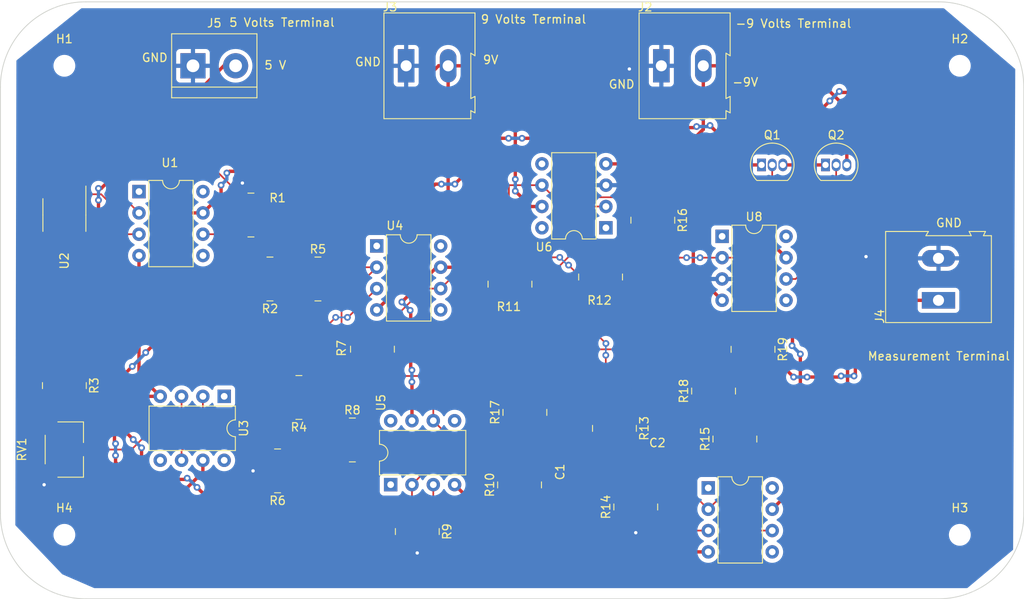
<source format=kicad_pcb>
(kicad_pcb (version 20221018) (generator pcbnew)
  (layers (0 "F.Cu" signal) (31 "B.Cu" signal) (34 "B.Paste" user) (35 "F.Paste" user) (36 "B.SilkS" user "B.Silkscreen") (37 "F.SilkS" user "F.Silkscreen") (38 "B.Mask" user) (39 "F.Mask" user) (44 "Edge.Cuts" user))
  (net 0 "")
  (net 1 "Net-(U5--)")
  (net 2 "Net-(C1-Pad2)")
  (net 3 "Net-(C2-Pad1)")
  (net 4 "Net-(U7--)")
  (net 5 "GND")
  (net 6 "-9V")
  (net 7 "+9V")
  (net 8 "Net-(J4-Pin_1)")
  (net 9 "+5V")
  (net 10 "Net-(U1--)")
  (net 11 "Net-(R2-Pad1)")
  (net 12 "Net-(R3-Pad2)")
  (net 13 "Net-(U3--)")
  (net 14 "Net-(U4-+)")
  (net 15 "Net-(U4--)")
  (net 16 "Net-(R11-Pad2)")
  (net 17 "Net-(U5-+)")
  (net 18 "Net-(U6--)")
  (net 19 "Net-(R12-Pad2)")
  (net 20 "Net-(U7-+)")
  (net 21 "Net-(R15-Pad2)")
  (net 22 "Net-(U8--)")
  (net 23 "Net-(U3-+)")
  (net 25 "Net-(U1-+)")
  (net 51 "Net-(Q1-B)")
  (footprint "Resistor_SMD:R_1020_2550Metric" (layer "F.Cu") (at 76.2 87.775 180)
    (fp_text reference "R4")
    (fp_text value "1k")
  )
  (footprint "Resistor_SMD:R_1020_2550Metric" (layer "F.Cu") (at 101.346 74.277 90)
    (fp_text reference "R11")
    (fp_text value "20")
  )
  (footprint "Package_DIP:DIP-8_W7.62mm" (layer "F.Cu") (at 87.132 98.161 90)
    (fp_text reference "U5")
    (fp_text value "LM741")
  )
  (footprint "Resistor_SMD:R_1020_2550Metric" (layer "F.Cu") (at 103.124 89.553 90)
    (fp_text reference "R17")
    (fp_text value "1k")
  )
  (footprint "TerminalBlock:TerminalBlock_Altech_AK300-2_P5.00mm" (layer "F.Cu") (at 152.4 76.2 90)
    (fp_text reference "J4")
    (fp_text value "Screw_Terminal_01x02")
  )
  (footprint "Resistor_SMD:R_1020_2550Metric" (layer "F.Cu") (at 102.489 98.189 90)
    (fp_text reference "R10")
    (fp_text value "3674.745")
  )
  (footprint "MountingHole:MountingHole_2.1mm" (layer "F.Cu") (at 154.94 104.14)
    (fp_text reference "H3")
    (fp_text value "MountingHole")
  )
  (footprint "Resistor_SMD:R_1020_2550Metric" (layer "F.Cu") (at 73.66 96.52 180)
    (fp_text reference "R6")
    (fp_text value "1k")
  )
  (footprint "MountingHole:MountingHole_2.1mm" (layer "F.Cu") (at 154.94 48.26)
    (fp_text reference "H2")
    (fp_text value "MountingHole")
  )
  (footprint "Package_TO_SOT_THT:TO-92_Inline" (layer "F.Cu") (at 138.938 60.071)
    (fp_text reference "Q2")
    (fp_text value "BC327" hide)
  )
  (footprint "Resistor_SMD:R_1020_2550Metric" (layer "F.Cu") (at 72.753 73.66 180)
    (fp_text reference "R2")
    (fp_text value "9K")
  )
  (footprint "Package_DIP:DIP-8_W7.62mm" (layer "F.Cu") (at 57.15 63.246)
    (fp_text reference "U1")
    (fp_text value "LM741" hide)
  )
  (footprint "Resistor_SMD:R_1020_2550Metric" (layer "F.Cu") (at 90.307 103.749 -90)
    (fp_text reference "R9")
    (fp_text value "263.23")
  )
  (footprint "Package_DIP:DIP-8_W7.62mm" (layer "F.Cu") (at 112.776 67.564 180)
    (fp_text reference "U6")
    (fp_text value "LM741")
  )
  (footprint "Package_DIP:DIP-8_W7.62mm" (layer "F.Cu") (at 126.619 68.58)
    (fp_text reference "U8")
    (fp_text value "LM741")
  )
  (footprint "Resistor_SMD:R_1020_2550Metric" (layer "F.Cu") (at 125.603 87.013 90)
    (fp_text reference "R18")
    (fp_text value "1k")
  )
  (footprint "TerminalBlock:TerminalBlock_Altech_AK300-2_P5.00mm" (layer "F.Cu") (at 119.38 48.26)
    (fp_text reference "J2")
    (fp_text value "Screw_Terminal_01x02" hide)
  )
  (footprint "Resistor_SMD:R_1020_2550Metric" (layer "F.Cu") (at 113.792 91.458 -90)
    (fp_text reference "R13")
    (fp_text value "125")
  )
  (footprint "Resistor_SMD:R_1020_2550Metric" (layer "F.Cu") (at 84.963 82.024 90)
    (fp_text reference "R7")
    (fp_text value "1k")
  )
  (footprint "Resistor_SMD:R_1020_2550Metric" (layer "F.Cu") (at 78.468 73.66)
    (fp_text reference "R5")
    (fp_text value "1k")
  )
  (footprint "Package_DIP:DIP-8_W7.62mm" (layer "F.Cu") (at 85.471 69.723)
    (fp_text reference "U4")
    (fp_text value "LM741")
  )
  (footprint "Package_DIP:DIP-8_W7.62mm" (layer "F.Cu") (at 67.3 87.64 -90)
    (fp_text reference "U3")
    (fp_text value "LM741")
  )
  (footprint "TerminalBlock:TerminalBlock_Altech_AK300-2_P5.00mm" (layer "F.Cu") (at 88.98 48.26)
    (fp_text reference "J3")
    (fp_text value "Screw_Terminal_01x02")
  )
  (footprint "Potentiometer_SMD:Potentiometer_Bourns_3269W_Vertical" (layer "F.Cu") (at 48.26 93.98 90)
    (fp_text reference "RV1")
    (fp_text value "200")
  )
  (footprint "Resistor_SMD:R_1020_2550Metric" (layer "F.Cu") (at 70.485 66.04 180)
    (fp_text reference "R1")
    (fp_text value "1K")
  )
  (footprint "Resistor_SMD:R_1020_2550Metric" (layer "F.Cu") (at 82.568 92.837)
    (fp_text reference "R8")
    (fp_text value "289.35")
  )
  (footprint "Resistor_SMD:R_1020_2550Metric" (layer "F.Cu") (at 128.143 92.728 90)
    (fp_text reference "R15")
    (fp_text value "1592.5")
  )
  (footprint "Capacitor_SMD:C_0201_0603Metric" (layer "F.Cu") (at 118.908 94.234)
    (fp_text reference "C2")
    (fp_text value "0.1u")
  )
  (footprint "Resistor_SMD:R_1020_2550Metric" (layer "F.Cu") (at 116.332 100.82 90)
    (fp_text reference "R14")
    (fp_text value "1592.5")
  )
  (footprint "MountingHole:MountingHole_2.1mm" (layer "F.Cu") (at 48.26 48.26)
    (fp_text reference "H1")
    (fp_text value "MountingHole")
  )
  (footprint "Package_DIP:DIP-8_W7.62mm" (layer "F.Cu") (at 124.968 98.552)
    (fp_text reference "U7" hide)
    (fp_text value "LM741")
  )
  (footprint "Resistor_SMD:R_1020_2550Metric" (layer "F.Cu") (at 48.26 86.36 -90)
    (fp_text reference "R3")
    (fp_text value "160")
  )
  (footprint "TerminalBlock:TerminalBlock_bornier-2_P5.08mm" (layer "F.Cu") (at 63.58 48.26)
    (fp_text reference "J5")
    (fp_text value "Screw_Terminal_01x02")
  )
  (footprint "Resistor_SMD:R_1020_2550Metric" (layer "F.Cu") (at 112.141 73.424 90)
    (fp_text reference "R12")
    (fp_text value "4338.2")
  )
  (footprint "Resistor_SMD:R_1020_2550Metric" (layer "F.Cu") (at 118.364 66.657 -90)
    (fp_text reference "R16")
    (fp_text value "1k")
  )
  (footprint "Capacitor_SMD:C_0201_0603Metric" (layer "F.Cu") (at 107.442 98.389 90)
    (fp_text reference "C1")
    (fp_text value "100u")
  )
  (footprint "Resistor_SMD:R_1020_2550Metric" (layer "F.Cu") (at 130.302 82.042 -90)
    (fp_text reference "R19")
    (fp_text value "1k")
  )
  (footprint "MountingHole:MountingHole_2.1mm" (layer "F.Cu") (at 48.26 104.14)
    (fp_text reference "H4")
    (fp_text value "MountingHole")
  )
  (footprint "Package_SO:SOIC-8_3.9x4.9mm_P1.27mm" (layer "F.Cu") (at 48.26 66.04 -90)
    (fp_text reference "U2")
    (fp_text value "LM35-D")
  )
  (footprint "Package_TO_SOT_THT:TO-92_Inline" (layer "F.Cu") (at 131.318 60.071)
    (fp_text reference "Q1")
    (fp_text value "BC337")
  )
  (gr_arc (start 152.4 40.64) (mid 159.584205 43.615795) (end 162.56 50.8) (stroke (width 0.1)) (layer "Edge.Cuts"))
  (gr_arc (start 162.56 101.6) (mid 159.584205 108.784205) (end 152.4 111.76) (stroke (width 0.1)) (layer "Edge.Cuts"))
  (gr_line (start 162.56 50.8) (end 162.56 101.6) (stroke (width 0.1)) (layer "Edge.Cuts"))
  (gr_line (start 40.64 101.6) (end 40.64 50.8) (stroke (width 0.1)) (layer "Edge.Cuts"))
  (gr_line (start 50.8 40.64) (end 152.4 40.64) (stroke (width 0.1)) (layer "Edge.Cuts"))
  (gr_arc (start 50.8 111.76) (mid 43.615795 108.784205) (end 40.64 101.6) (stroke (width 0.1)) (layer "Edge.Cuts"))
  (gr_line (start 152.4 111.76) (end 50.8 111.76) (stroke (width 0.1)) (layer "Edge.Cuts"))
  (gr_arc (start 40.64 50.8) (mid 43.615795 43.615795) (end 50.8 40.64) (stroke (width 0.1)) (layer "Edge.Cuts"))
  (gr_text "Measurement Terminal" (at 143.891 83.439) (layer "F.SilkS") (effects (font (size 1 1)) (justify left bottom)))
  (gr_text "9 Volts Terminal" (at 97.79 43.307) (layer "F.SilkS") (effects (font (size 1 1)) (justify left bottom)))
  (gr_text "9V" (at 98.044 48.133) (layer "F.SilkS") (effects (font (size 1 1)) (justify left bottom)))
  (gr_text "-9 Volts Terminal" (at 128.143 43.815) (layer "F.SilkS") (effects (font (size 1 1)) (justify left bottom)))
  (gr_text "GND" (at 57.404 47.879) (layer "F.SilkS") (effects (font (size 1 1)) (justify left bottom)))
  (gr_text "GND" (at 152.019 67.564) (layer "F.SilkS") (effects (font (size 1 1)) (justify left bottom)))
  (gr_text "GND\n" (at 82.804 48.387) (layer "F.SilkS") (effects (font (size 1 1)) (justify left bottom)))
  (gr_text "GND" (at 113.03 51.054) (layer "F.SilkS") (effects (font (size 1 1)) (justify left bottom)))
  (gr_text "5 V" (at 72.009 48.768) (layer "F.SilkS") (effects (font (size 1 1)) (justify left bottom)))
  (gr_text "-9V" (at 127.762 50.8) (layer "F.SilkS") (effects (font (size 1 1)) (justify left bottom)))
  (gr_text "5 Volts Terminal" (at 67.818 43.688) (layer "F.SilkS") (effects (font (size 1 1)) (justify left bottom)))
  (segment (start 83.693 98.933) (end 85.598 100.838) (width 0.2) (layer "F.Cu") (net 1))
  (segment (start 102.489 99.314) (end 99.889 99.314) (width 0.2) (layer "F.Cu") (net 1))
  (segment (start 106.837 99.314) (end 107.442 98.709) (width 0.2) (layer "F.Cu") (net 1))
  (segment (start 89.672 99.558) (end 88.392 100.838) (width 0.2) (layer "F.Cu") (net 1))
  (segment (start 102.489 99.314) (end 106.837 99.314) (width 0.2) (layer "F.Cu") (net 1))
  (segment (start 89.672 98.161) (end 89.672 99.558) (width 0.2) (layer "F.Cu") (net 1))
  (segment (start 92.329 95.504) (end 89.672 98.161) (width 0.2) (layer "F.Cu") (net 1))
  (segment (start 83.693 92.837) (end 83.693 98.933) (width 0.2) (layer "F.Cu") (net 1))
  (segment (start 88.392 100.838) (end 85.598 100.838) (width 0.2) (layer "F.Cu") (net 1))
  (segment (start 99.889 99.314) (end 96.079 95.504) (width 0.2) (layer "F.Cu") (net 1))
  (segment (start 96.079 95.504) (end 92.329 95.504) (width 0.2) (layer "F.Cu") (net 1))
  (segment (start 99.223 97.064) (end 94.996 92.837) (width 0.2) (layer "F.Cu") (net 2))
  (segment (start 96.012 87.884) (end 97.409 89.281) (width 0.2) (layer "F.Cu") (net 2))
  (segment (start 106.437 97.064) (end 107.442 98.069) (width 0.2) (layer "F.Cu") (net 2))
  (segment (start 92.212 90.541) (end 92.212 89.144) (width 0.2) (layer "F.Cu") (net 2))
  (segment (start 94.508 92.837) (end 92.212 90.541) (width 0.2) (layer "F.Cu") (net 2))
  (segment (start 102.489 97.064) (end 106.437 97.064) (width 0.2) (layer "F.Cu") (net 2))
  (segment (start 92.212 89.144) (end 93.472 87.884) (width 0.2) (layer "F.Cu") (net 2))
  (segment (start 102.489 97.064) (end 99.223 97.064) (width 0.2) (layer "F.Cu") (net 2))
  (segment (start 93.472 87.884) (end 96.012 87.884) (width 0.2) (layer "F.Cu") (net 2))
  (segment (start 102.627 96.926) (end 102.489 97.064) (width 0.2) (layer "F.Cu") (net 2))
  (segment (start 94.996 92.837) (end 94.508 92.837) (width 0.2) (layer "F.Cu") (net 2))
  (segment (start 97.409 89.281) (end 97.409 90.678) (width 0.2) (layer "F.Cu") (net 2))
  (segment (start 97.409 90.678) (end 103.124 90.678) (width 0.2) (layer "F.Cu") (net 2))
  (segment (start 115.443 94.234) (end 118.588 94.234) (width 0.2) (layer "F.Cu") (net 3))
  (segment (start 113.792 92.583) (end 115.443 94.234) (width 0.2) (layer "F.Cu") (net 3))
  (segment (start 128.143 97.917) (end 128.143 93.853) (width 0.2) (layer "F.Cu") (net 4))
  (segment (start 124.968 101.092) (end 128.143 97.917) (width 0.2) (layer "F.Cu") (net 4))
  (segment (start 124.968 101.092) (end 120.274 96.398) (width 0.2) (layer "F.Cu") (net 4))
  (segment (start 120.274 94.493) (end 120.015 94.234) (width 0.2) (layer "F.Cu") (net 4))
  (segment (start 120.274 96.398) (end 120.274 94.493) (width 0.2) (layer "F.Cu") (net 4))
  (segment (start 120.015 94.234) (end 119.228 94.234) (width 0.2) (layer "F.Cu") (net 4))
  (segment (start 60.685001 48.26) (end 46.355 62.590001) (width 0.4) (layer "F.Cu") (net 5))
  (segment (start 45.845 96.52) (end 45.845 98.169) (width 0.4) (layer "F.Cu") (net 5))
  (segment (start 119.38 48.26) (end 115.951 48.26) (width 0.2) (layer "F.Cu") (net 5))
  (segment (start 115.951 48.26) (end 115.57 48.641) (width 0.2) (layer "F.Cu") (net 5))
  (segment (start 45.845 98.169) (end 45.847 98.171) (width 0.4) (layer "F.Cu") (net 5))
  (segment (start 90.307 104.874) (end 90.307 106.289) (width 0.4) (layer "F.Cu") (net 5))
  (segment (start 152.4 71.2) (end 143.971 71.2) (width 0.4) (layer "F.Cu") (net 5))
  (segment (start 46.355 62.590001) (end 46.355 63.565) (width 0.4) (layer "F.Cu") (net 5))
  (segment (start 69.36 66.04) (end 69.36 62.339) (width 0.4) (layer "F.Cu") (net 5))
  (segment (start 116.332 101.945) (end 116.332 103.886) (width 0.2) (layer "F.Cu") (net 5))
  (segment (start 69.36 62.339) (end 69.469 62.23) (width 0.4) (layer "F.Cu") (net 5))
  (segment (start 143.971 71.2) (end 143.764 70.993) (width 0.4) (layer "F.Cu") (net 5))
  (segment (start 46.355 62.738) (end 46.355 63.565) (width 0.2) (layer "F.Cu") (net 5))
  (segment (start 72.535 96.52) (end 70.739 96.52) (width 0.4) (layer "F.Cu") (net 5))
  (segment (start 90.307 106.289) (end 90.297 106.299) (width 0.4) (layer "F.Cu") (net 5))
  (segment (start 63.58 48.26) (end 60.685001 48.26) (width 0.4) (layer "F.Cu") (net 5))
  (via (at 70.739 96.52) (size 0.8) (drill 0.4) (layers "F.Cu" "B.Cu") (net 5))
  (via (at 45.847 98.171) (size 0.8) (drill 0.4) (layers "F.Cu" "B.Cu") (net 5))
  (via (at 143.764 70.993) (size 0.8) (drill 0.4) (layers "F.Cu" "B.Cu") (net 5))
  (via (at 115.57 48.641) (size 0.8) (drill 0.4) (layers "F.Cu" "B.Cu") (net 5))
  (via (at 69.469 62.23) (size 0.8) (drill 0.4) (layers "F.Cu" "B.Cu") (net 5))
  (via (at 90.297 106.299) (size 0.8) (drill 0.4) (layers "F.Cu" "B.Cu") (net 5))
  (via (at 116.332 103.886) (size 0.8) (drill 0.4) (layers "F.Cu" "B.Cu") (net 5))
  (segment (start 94.615 107.95) (end 99.578 102.987) (width 0.4) (layer "F.Cu") (net 6))
  (segment (start 102.763 106.172) (end 117.475 106.172) (width 0.4) (layer "F.Cu") (net 6))
  (segment (start 146.177 56.261) (end 143.256 53.34) (width 0.4) (layer "F.Cu") (net 6))
  (segment (start 123.19 57.023) (end 124.38 55.833) (width 0.4) (layer "F.Cu") (net 6))
  (segment (start 141.564 65.319) (end 141.859 65.024) (width 0.4) (layer "F.Cu") (net 6))
  (segment (start 141.859 65.024) (end 143.891 65.024) (width 0.4) (layer "F.Cu") (net 6))
  (segment (start 143.256 53.34) (end 141.478 53.34) (width 0.4) (layer "F.Cu") (net 6))
  (segment (start 116.84 59.944) (end 117.094 59.944) (width 0.4) (layer "F.Cu") (net 6))
  (segment (start 56.632 87.64) (end 55.626 88.646) (width 0.4) (layer "F.Cu") (net 6))
  (segment (start 99.578 102.987) (end 102.763 106.172) (width 0.4) (layer "F.Cu") (net 6))
  (segment (start 85.471 77.343) (end 89.535 73.279) (width 0.4) (layer "F.Cu") (net 6))
  (segment (start 123.19 72.771) (end 123.19 57.023) (width 0.4) (layer "F.Cu") (net 6))
  (segment (start 92.456 62.357) (end 93.18 62.357) (width 0.4) (layer "F.Cu") (net 6))
  (segment (start 89.535 65.278) (end 92.456 62.357) (width 0.4) (layer "F.Cu") (net 6))
  (segment (start 117.475 106.172) (end 124.968 106.172) (width 0.4) (layer "F.Cu") (net 6))
  (segment (start 57.15 85.11) (end 59.68 87.64) (width 0.4) (layer "F.Cu") (net 6))
  (segment (start 141.478 53.34) (end 136.398 48.26) (width 0.4) (layer "F.Cu") (net 6))
  (segment (start 124.38 55.833) (end 124.38 48.26) (width 0.4) (layer "F.Cu") (net 6))
  (segment (start 55.626 88.646) (end 55.626 91.948) (width 0.4) (layer "F.Cu") (net 6))
  (segment (start 102.781 56.896) (end 116.586 56.896) (width 0.4) (layer "F.Cu") (net 6))
  (segment (start 112.776 59.944) (end 116.84 59.944) (width 0.4) (layer "F.Cu") (net 6))
  (segment (start 117.475 106.172) (end 121.285 109.982) (width 0.4) (layer "F.Cu") (net 6))
  (segment (start 62.865 97.420628) (end 62.89105 97.394578) (width 0.4) (layer "F.Cu") (net 6))
  (segment (start 138.811 109.982) (end 141.564 107.229) (width 0.4) (layer "F.Cu") (net 6))
  (segment (start 94.78 62.357) (end 100.241 56.896) (width 0.4) (layer "F.Cu") (net 6))
  (segment (start 116.84 57.15) (end 116.84 59.944) (width 0.4) (layer "F.Cu") (net 6))
  (segment (start 55.626 91.948) (end 56.464525 92.786525) (width 0.4) (layer "F.Cu") (net 6))
  (segment (start 143.891 65.024) (end 146.177 62.738) (width 0.4) (layer "F.Cu") (net 6))
  (segment (start 64.065686 98.482686) (end 73.533 107.95) (width 0.4) (layer "F.Cu") (net 6))
  (segment (start 121.285 109.982) (end 138.811 109.982) (width 0.4) (layer "F.Cu") (net 6))
  (segment (start 120.269 59.944) (end 124.38 55.833) (width 0.4) (layer "F.Cu") (net 6))
  (segment (start 117.094 59.944) (end 120.269 59.944) (width 0.4) (layer "F.Cu") (net 6))
  (segment (start 89.535 73.279) (end 89.535 65.278) (width 0.4) (layer "F.Cu") (net 6))
  (segment (start 58.293 97.536) (end 62.865 97.536) (width 0.4) (layer "F.Cu") (net 6))
  (segment (start 57.15 70.866) (end 57.15 85.11) (width 0.4) (layer "F.Cu") (net 6))
  (segment (start 57.454475 93.776475) (end 57.454475 96.697475) (width 0.4) (layer "F.Cu") (net 6))
  (segment (start 146.177 62.738) (end 146.177 56.261) (width 0.4) (layer "F.Cu") (net 6))
  (segment (start 136.398 48.26) (end 124.38 48.26) (width 0.4) (layer "F.Cu") (net 6))
  (segment (start 94.752 98.161) (end 99.578 102.987) (width 0.4) (layer "F.Cu") (net 6))
  (segment (start 141.478 60.071) (end 141.478 53.34) (width 0.4) (layer "F.Cu") (net 6))
  (segment (start 100.241 56.896) (end 101.181 56.896) (width 0.4) (layer "F.Cu") (net 6))
  (segment (start 116.586 56.896) (end 116.84 57.15) (width 0.4) (layer "F.Cu") (net 6))
  (segment (start 62.865 97.536) (end 62.865 97.420628) (width 0.4) (layer "F.Cu") (net 6))
  (segment (start 73.533 107.95) (end 94.615 107.95) (width 0.4) (layer "F.Cu") (net 6))
  (segment (start 126.619 76.2) (end 123.19 72.771) (width 0.4) (layer "F.Cu") (net 6))
  (segment (start 57.454475 96.697475) (end 58.293 97.536) (width 0.4) (layer "F.Cu") (net 6))
  (segment (start 141.564 107.229) (end 141.564 65.319) (width 0.4) (layer "F.Cu") (net 6))
  (segment (start 59.68 87.64) (end 56.632 87.64) (width 0.4) (layer "F.Cu") (net 6))
  (via (at 57.454475 93.776475) (size 0.8) (drill 0.4) (layers "F.Cu" "B.Cu") (net 6))
  (via (at 101.181 56.896) (size 0.8) (drill 0.4) (layers "F.Cu" "B.Cu") (net 6))
  (via (at 94.78 62.357) (size 0.8) (drill 0.4) (layers "F.Cu" "B.Cu") (net 6))
  (via (at 56.464525 92.786525) (size 0.8) (drill 0.4) (layers "F.Cu" "B.Cu") (net 6))
  (via (at 62.89105 97.394578) (size 0.8) (drill 0.4) (layers "F.Cu" "B.Cu") (net 6))
  (via (at 93.18 62.357) (size 0.8) (drill 0.4) (layers "F.Cu" "B.Cu") (net 6))
  (via (at 64.065686 98.482686) (size 0.8) (drill 0.4) (layers "F.Cu" "B.Cu") (net 6))
  (via (at 102.781 56.896) (size 0.8) (drill 0.4) (layers "F.Cu" "B.Cu") (net 6))
  (segment (start 62.977578 97.394578) (end 64.065686 98.482686) (width 0.4) (layer "B.Cu") (net 6))
  (segment (start 56.464525 92.786525) (end 57.454475 93.776475) (width 0.4) (layer "B.Cu") (net 6))
  (segment (start 93.18 62.357) (end 94.78 62.357) (width 0.4) (layer "B.Cu") (net 6))
  (segment (start 101.181 56.896) (end 102.781 56.896) (width 0.4) (layer "B.Cu") (net 6))
  (segment (start 62.89105 97.394578) (end 62.977578 97.394578) (width 0.4) (layer "B.Cu") (net 6))
  (segment (start 88.468525 76.403525) (end 92.60905 72.263) (width 0.4) (layer "F.Cu") (net 7))
  (segment (start 101.981 55.626) (end 123.453 55.626) (width 0.4) (layer "F.Cu") (net 7))
  (segment (start 91.44 61.722) (end 90.805 62.357) (width 0.4) (layer "F.Cu") (net 7))
  (segment (start 56.35 84.074) (end 53.3655 87.0585) (width 0.4) (layer "F.Cu") (net 7))
  (segment (start 67.945 60.833) (end 67.741475 61.036525) (width 0.4) (layer "F.Cu") (net 7))
  (segment (start 53.3655 87.0585) (end 53.0225 87.0585) (width 0.4) (layer "F.Cu") (net 7))
  (segment (start 54.229 93.153) (end 54.356 93.28) (width 0.4) (layer "F.Cu") (net 7))
  (segment (start 123.453 55.626) (end 123.58 55.499) (width 0.4) (layer "F.Cu") (net 7))
  (segment (start 89.662 84.517) (end 89.521975 84.376975) (width 0.4) (layer "F.Cu") (net 7))
  (segment (start 132.588 101.092) (end 135.940475 97.739525) (width 0.4) (layer "F.Cu") (net 7))
  (segment (start 91.44 49.657) (end 91.44 61.722) (width 0.4) (layer "F.Cu") (net 7))
  (segment (start 54.356 95.504) (end 57.404 98.552) (width 0.4) (layer "F.Cu") (net 7))
  (segment (start 93.98 48.26) (end 93.98 64.897) (width 0.4) (layer "F.Cu") (net 7))
  (segment (start 60.88 79.493) (end 57.95 82.423) (width 0.4) (layer "F.Cu") (net 7))
  (segment (start 92.837 48.26) (end 91.44 49.657) (width 0.4) (layer "F.Cu") (net 7))
  (segment (start 132.207 69.85) (end 132.588 69.469) (width 0.4) (layer "F.Cu") (net 7))
  (segment (start 93.98 48.26) (end 92.837 48.26) (width 0.4) (layer "F.Cu") (net 7))
  (segment (start 93.98 48.26) (end 96.647 48.26) (width 0.4) (layer "F.Cu") (net 7))
  (segment (start 67.741475 61.036525) (end 67.614475 61.036525) (width 0.4) (layer "F.Cu") (net 7))
  (segment (start 129.879 60.071) (end 131.318 60.071) (width 0.4) (layer "F.Cu") (net 7))
  (segment (start 66.929 63.627) (end 64.77 65.786) (width 0.4) (layer "F.Cu") (net 7))
  (segment (start 53.0225 87.0585) (end 54.229 88.265) (width 0.4) (layer "F.Cu") (net 7))
  (segment (start 95.758 66.675) (end 95.758 71.247) (width 0.4) (layer "F.Cu") (net 7))
  (segment (start 51.199 85.235) (end 53.0225 87.0585) (width 0.4) (layer "F.Cu") (net 7))
  (segment (start 89.672 90.541) (end 89.672 85.927) (width 0.4) (layer "F.Cu") (net 7))
  (segment (start 132.461 78.232) (end 132.207 77.978) (width 0.4) (layer "F.Cu") (net 7))
  (segment (start 105.156 65.024) (end 103.821 65.024) (width 0.4) (layer "F.Cu") (net 7))
  (segment (start 54.356 94.68) (end 54.356 95.504) (width 0.4) (layer "F.Cu") (net 7))
  (segment (start 101.981 53.594) (end 96.647 48.26) (width 0.4) (layer "F.Cu") (net 7))
  (segment (start 101.981 61.784) (end 101.981 55.626) (width 0.4) (layer "F.Cu") (net 7))
  (segment (start 73.66 62.103) (end 72.39 60.833) (width 0.4) (layer "F.Cu") (net 7))
  (segment (start 66.929 62.484) (end 66.929 63.627) (width 0.4) (layer "F.Cu") (net 7))
  (segment (start 101.981 55.626) (end 101.981 53.594) (width 0.4) (layer "F.Cu") (net 7))
  (segment (start 57.404 98.552) (end 62.865 98.552) (width 0.4) (layer "F.Cu") (net 7))
  (segment (start 89.521975 84.376975) (end 89.521975 77.456975) (width 0.4) (layer "F.Cu") (net 7))
  (segment (start 64.77 65.786) (end 62.865 65.786) (width 0.4) (layer "F.Cu") (net 7))
  (segment (start 72.39 60.833) (end 67.945 60.833) (width 0.4) (layer "F.Cu") (net 7))
  (segment (start 135.001 81.56005) (end 135.001 78.232) (width 0.4) (layer "F.Cu") (net 7))
  (segment (start 89.521975 77.456975) (end 89.458475 77.393475) (width 0.4) (layer "F.Cu") (net 7))
  (segment (start 73.914 62.357) (end 73.66 62.103) (width 0.4) (layer "F.Cu") (net 7))
  (segment (start 62.865 65.786) (end 62.611 66.04) (width 0.4) (layer "F.Cu") (net 7))
  (segment (start 129.4555 59.7745) (end 129.5825 59.7745) (width 0.4) (layer "F.Cu") (net 7))
  (segment (start 89.672 85.927) (end 89.662 85.917) (width 0.4) (layer "F.Cu") (net 7))
  (segment (start 128.651 60.579) (end 129.4555 59.7745) (width 0.4) (layer "F.Cu") (net 7))
  (segment (start 92.60905 72.263) (end 93.091 72.263) (width 0.4) (layer "F.Cu") (net 7))
  (segment (start 62.611 66.04) (end 60.88 67.771) (width 0.4) (layer "F.Cu") (net 7))
  (segment (start 54.229 88.265) (end 54.229 93.153) (width 0.4) (layer "F.Cu") (net 7))
  (segment (start 125.18 55.372) (end 129.5825 59.7745) (width 0.4) (layer "F.Cu") (net 7))
  (segment (start 60.88 67.771) (end 60.88 79.493) (width 0.4) (layer "F.Cu") (net 7))
  (segment (start 135.940475 97.739525) (end 135.940475 82.600475) (width 0.4) (layer "F.Cu") (net 7))
  (segment (start 134.239 71.12) (end 132.588 69.469) (width 0.4) (layer "F.Cu") (net 7))
  (segment (start 135.001 78.232) (end 132.461 78.232) (width 0.4) (layer "F.Cu") (net 7))
  (segment (start 103.821 65.024) (end 101.981 63.184) (width 0.4) (layer "F.Cu") (net 7))
  (segment (start 132.207 77.978) (end 132.207 69.85) (width 0.4) (layer "F.Cu") (net 7))
  (segment (start 93.98 64.897) (end 95.758 66.675) (width 0.4) (layer "F.Cu") (net 7))
  (segment (start 132.588 69.469) (end 128.651 65.532) (width 0.4) (layer "F.Cu") (net 7))
  (segment (start 129.5825 59.7745) (end 129.879 60.071) (width 0.4) (layer "F.Cu") (net 7))
  (segment (start 64.76 96.657) (end 64.76 95.26) (width 0.4) (layer "F.Cu") (net 7))
  (segment (start 94.742 72.263) (end 93.091 72.263) (width 0.4) (layer "F.Cu") (net 7))
  (segment (start 48.26 85.235) (end 51.199 85.235) (width 0.4) (layer "F.Cu") (net 7))
  (segment (start 95.758 71.247) (end 94.742 72.263) (width 0.4) (layer "F.Cu") (net 7))
  (segment (start 90.805 62.357) (end 73.914 62.357) (width 0.4) (layer "F.Cu") (net 7))
  (segment (start 134.950525 81.610525) (end 135.001 81.56005) (width 0.4) (layer "F.Cu") (net 7))
  (segment (start 128.651 65.532) (end 128.651 60.579) (width 0.4) (layer "F.Cu") (net 7))
  (segment (start 62.865 98.552) (end 64.76 96.657) (width 0.4) (layer "F.Cu") (net 7))
  (via (at 101.981 61.784) (size 0.8) (drill 0.4) (layers "F.Cu" "B.Cu") (net 7))
  (via (at 125.18 55.372) (size 0.8) (drill 0.4) (layers "F.Cu" "B.Cu") (net 7))
  (via (at 89.662 84.517) (size 0.8) (drill 0.4) (layers "F.Cu" "B.Cu") (net 7))
  (via (at 66.929 62.484) (size 0.8) (drill 0.4) (layers "F.Cu" "B.Cu") (net 7))
  (via (at 101.981 63.184) (size 0.8) (drill 0.4) (layers "F.Cu" "B.Cu") (net 7))
  (via (at 88.468525 76.403525) (size 0.8) (drill 0.4) (layers "F.Cu" "B.Cu") (net 7))
  (via (at 67.614475 61.036525) (size 0.8) (drill 0.4) (layers "F.Cu" "B.Cu") (net 7))
  (via (at 56.35 84.074) (size 0.8) (drill 0.4) (layers "F.Cu" "B.Cu") (net 7))
  (via (at 54.356 94.68) (size 0.8) (drill 0.4) (layers "F.Cu" "B.Cu") (net 7))
  (via (at 89.662 85.917) (size 0.8) (drill 0.4) (layers "F.Cu" "B.Cu") (net 7))
  (via (at 135.940475 82.600475) (size 0.8) (drill 0.4) (layers "F.Cu" "B.Cu") (net 7))
  (via (at 57.95 82.423) (size 0.8) (drill 0.4) (layers "F.Cu" "B.Cu") (net 7))
  (via (at 123.58 55.499) (size 0.8) (drill 0.4) (layers "F.Cu" "B.Cu") (net 7))
  (via (at 134.950525 81.610525) (size 0.8) (drill 0.4) (layers "F.Cu" "B.Cu") (net 7))
  (via (at 89.458475 77.393475) (size 0.8) (drill 0.4) (layers "F.Cu" "B.Cu") (net 7))
  (via (at 54.356 93.28) (size 0.8) (drill 0.4) (layers "F.Cu" "B.Cu") (net 7))
  (segment (start 67.614475 61.798525) (end 66.929 62.484) (width 0.4) (layer "B.Cu") (net 7))
  (segment (start 125.053 55.499) (end 125.18 55.372) (width 0.4) (layer "B.Cu") (net 7))
  (segment (start 57.95 82.474) (end 56.35 84.074) (width 0.4) (layer "B.Cu") (net 7))
  (segment (start 57.95 82.423) (end 57.95 82.474) (width 0.4) (layer "B.Cu") (net 7))
  (segment (start 89.458475 77.393475) (end 88.468525 76.403525) (width 0.4) (layer "B.Cu") (net 7))
  (segment (start 67.614475 61.036525) (end 67.614475 61.798525) (width 0.4) (layer "B.Cu") (net 7))
  (segment (start 135.940475 82.600475) (end 134.950525 81.610525) (width 0.4) (layer "B.Cu") (net 7))
  (segment (start 123.58 55.499) (end 125.053 55.499) (width 0.4) (layer "B.Cu") (net 7))
  (segment (start 54.356 93.28) (end 54.356 94.68) (width 0.4) (layer "B.Cu") (net 7))
  (segment (start 101.981 63.184) (end 101.981 61.784) (width 0.4) (layer "B.Cu") (net 7))
  (segment (start 89.662 85.917) (end 89.662 84.517) (width 0.4) (layer "B.Cu") (net 7))
  (segment (start 148.463 56.896) (end 143.002 51.435) (width 0.4) (layer "F.Cu") (net 8))
  (segment (start 152.4 76.2) (end 145.415 76.2) (width 0.4) (layer "F.Cu") (net 8))
  (segment (start 142.494 73.025) (end 142.494 68.453) (width 0.4) (layer "F.Cu") (net 8))
  (segment (start 145.415 76.2) (end 142.494 73.279) (width 0.4) (layer "F.Cu") (net 8))
  (segment (start 142.494 73.279) (end 142.494 73.025) (width 0.4) (layer "F.Cu") (net 8))
  (segment (start 143.002 51.435) (end 140.704372 51.435) (width 0.4) (layer "F.Cu") (net 8))
  (segment (start 142.494 68.453) (end 148.463 62.484) (width 0.4) (layer "F.Cu") (net 8))
  (segment (start 136.525 60.071) (end 138.938 60.071) (width 0.4) (layer "F.Cu") (net 8))
  (segment (start 133.858 60.071) (end 136.525 60.071) (width 0.4) (layer "F.Cu") (net 8))
  (segment (start 140.67 85.341) (end 140.794 85.217) (width 0.4) (layer "F.Cu") (net 8))
  (segment (start 139.451814 52.445186) (end 136.525 55.372) (width 0.4) (layer "F.Cu") (net 8))
  (segment (start 135.140475 85.344) (end 132.963475 83.167) (width 0.4) (layer "F.Cu") (net 8))
  (segment (start 136.525 55.372) (end 136.525 60.071) (width 0.4) (layer "F.Cu") (net 8))
  (segment (start 142.494 85.057) (end 142.494 73.025) (width 0.4) (layer "F.Cu") (net 8))
  (segment (start 132.963475 83.167) (end 130.302 83.167) (width 0.4) (layer "F.Cu") (net 8))
  (segment (start 140.704372 51.435) (end 140.583186 51.313814) (width 0.4) (layer "F.Cu") (net 8))
  (segment (start 136.740475 85.341) (end 140.67 85.341) (width 0.4) (layer "F.Cu") (net 8))
  (segment (start 142.334 85.217) (end 142.494 85.057) (width 0.4) (layer "F.Cu") (net 8))
  (segment (start 148.463 62.484) (end 148.463 56.896) (width 0.4) (layer "F.Cu") (net 8))
  (via (at 142.334 85.217) (size 0.8) (drill 0.4) (layers "F.Cu" "B.Cu") (net 8))
  (via (at 139.451814 52.445186) (size 0.8) (drill 0.4) (layers "F.Cu" "B.Cu") (net 8))
  (via (at 140.583186 51.313814) (size 0.8) (drill 0.4) (layers "F.Cu" "B.Cu") (net 8))
  (via (at 136.740475 85.341) (size 0.8) (drill 0.4) (layers "F.Cu" "B.Cu") (net 8))
  (via (at 140.794 85.217) (size 0.8) (drill 0.4) (layers "F.Cu" "B.Cu") (net 8))
  (via (at 135.140475 85.344) (size 0.8) (drill 0.4) (layers "F.Cu" "B.Cu") (net 8))
  (segment (start 140.794 85.217) (end 142.334 85.217) (width 0.4) (layer "B.Cu") (net 8))
  (segment (start 135.143475 85.341) (end 135.140475 85.344) (width 0.4) (layer "B.Cu") (net 8))
  (segment (start 140.583186 51.313814) (end 139.451814 52.445186) (width 0.4) (layer "B.Cu") (net 8))
  (segment (start 136.740475 85.341) (end 135.143475 85.341) (width 0.4) (layer "B.Cu") (net 8))
  (segment (start 51.689 71.247) (end 52.324 70.612) (width 0.4) (layer "F.Cu") (net 9))
  (segment (start 52.653 62.865) (end 67.258 48.26) (width 0.4) (layer "F.Cu") (net 9))
  (segment (start 50.8 71.247) (end 51.689 71.247) (width 0.4) (layer "F.Cu") (net 9))
  (segment (start 67.258 48.26) (end 68.66 48.26) (width 0.4) (layer "F.Cu") (net 9))
  (segment (start 50.165 70.612) (end 50.8 71.247) (width 0.4) (layer "F.Cu") (net 9))
  (segment (start 52.324 65.815) (end 52.324 64.265) (width 0.4) (layer "F.Cu") (net 9))
  (segment (start 52.324 62.865) (end 52.653 62.865) (width 0.4) (layer "F.Cu") (net 9))
  (segment (start 52.324 70.612) (end 52.324 65.815) (width 0.4) (layer "F.Cu") (net 9))
  (segment (start 50.165 68.515) (end 50.165 70.612) (width 0.4) (layer "F.Cu") (net 9))
  (via (at 52.324 62.865) (size 0.8) (drill 0.4) (layers "F.Cu" "B.Cu") (net 9))
  (via (at 52.324 64.265) (size 0.8) (drill 0.4) (layers "F.Cu" "B.Cu") (net 9))
  (segment (start 52.324 64.265) (end 52.324 62.865) (width 0.4) (layer "B.Cu") (net 9))
  (segment (start 66.421 60.833) (end 68.072 62.484) (width 0.2) (layer "F.Cu") (net 10))
  (segment (start 71.61 69.469) (end 71.61 73.642) (width 0.2) (layer "F.Cu") (net 10))
  (segment (start 55.372 64.008) (end 55.372 61.722) (width 0.2) (layer "F.Cu") (net 10))
  (segment (start 71.61 73.642) (end 71.628 73.66) (width 0.2) (layer "F.Cu") (net 10))
  (segment (start 71.102 69.469) (end 71.61 69.469) (width 0.2) (layer "F.Cu") (net 10))
  (segment (start 71.61 66.04) (end 71.61 69.469) (width 0.2) (layer "F.Cu") (net 10))
  (segment (start 55.372 61.722) (end 56.261 60.833) (width 0.2) (layer "F.Cu") (net 10))
  (segment (start 68.072 62.484) (end 68.072 70.104) (width 0.2) (layer "F.Cu") (net 10))
  (segment (start 57.15 65.786) (end 55.372 64.008) (width 0.2) (layer "F.Cu") (net 10))
  (segment (start 70.467 70.104) (end 71.102 69.469) (width 0.2) (layer "F.Cu") (net 10))
  (segment (start 68.072 70.104) (end 70.467 70.104) (width 0.2) (layer "F.Cu") (net 10))
  (segment (start 56.261 60.833) (end 66.421 60.833) (width 0.2) (layer "F.Cu") (net 10))
  (segment (start 73.878 76.545) (end 73.878 73.66) (width 0.2) (layer "F.Cu") (net 11))
  (segment (start 67.691 78.74) (end 73.406 78.74) (width 0.2) (layer "F.Cu") (net 11))
  (segment (start 67.31 68.326) (end 67.437 68.453) (width 0.2) (layer "F.Cu") (net 11))
  (segment (start 74.295 76.962) (end 73.878 76.545) (width 0.2) (layer "F.Cu") (net 11))
  (segment (start 67.437 78.486) (end 67.691 78.74) (width 0.2) (layer "F.Cu") (net 11))
  (segment (start 73.878 73.66) (end 77.343 73.66) (width 0.2) (layer "F.Cu") (net 11))
  (segment (start 67.437 68.453) (end 67.437 78.486) (width 0.2) (layer "F.Cu") (net 11))
  (segment (start 74.295 77.851) (end 74.295 76.962) (width 0.2) (layer "F.Cu") (net 11))
  (segment (start 73.406 78.74) (end 74.295 77.851) (width 0.2) (layer "F.Cu") (net 11))
  (segment (start 64.77 68.326) (end 67.31 68.326) (width 0.2) (layer "F.Cu") (net 11))
  (segment (start 45.845 89.9) (end 48.26 87.485) (width 0.2) (layer "F.Cu") (net 12))
  (segment (start 45.845 91.44) (end 45.845 89.9) (width 0.2) (layer "F.Cu") (net 12))
  (segment (start 76.708 91.821) (end 77.325 91.204) (width 0.2) (layer "F.Cu") (net 13))
  (segment (start 65.659 90.678) (end 66.802 91.821) (width 0.2) (layer "F.Cu") (net 13))
  (segment (start 62.22 94.117) (end 65.659 90.678) (width 0.2) (layer "F.Cu") (net 13))
  (segment (start 66.802 91.821) (end 76.708 91.821) (width 0.2) (layer "F.Cu") (net 13))
  (segment (start 64.76 87.64) (end 64.76 89.779) (width 0.2) (layer "F.Cu") (net 13))
  (segment (start 64.76 89.779) (end 65.659 90.678) (width 0.2) (layer "F.Cu") (net 13))
  (segment (start 77.325 91.204) (end 77.325 87.775) (width 0.2) (layer "F.Cu") (net 13))
  (segment (start 62.22 95.26) (end 62.22 94.117) (width 0.2) (layer "F.Cu") (net 13))
  (segment (start 80.58 78.232) (end 78.867 79.945) (width 0.2) (layer "F.Cu") (net 14))
  (segment (start 75.075 87.775) (end 75.075 85.175) (width 0.2) (layer "F.Cu") (net 14))
  (segment (start 78.867 79.945) (end 78.867 83.947) (width 0.2) (layer "F.Cu") (net 14))
  (segment (start 75.075 85.175) (end 76.303 83.947) (width 0.2) (layer "F.Cu") (net 14))
  (segment (start 78.867 83.947) (end 78.867 92.438) (width 0.2) (layer "F.Cu") (net 14))
  (segment (start 82.042 78.232) (end 81.98 78.232) (width 0.2) (layer "F.Cu") (net 14))
  (segment (start 76.303 83.947) (end 78.867 83.947) (width 0.2) (layer "F.Cu") (net 14))
  (segment (start 85.471 74.803) (end 82.042 78.232) (width 0.2) (layer "F.Cu") (net 14))
  (segment (start 78.867 92.438) (end 74.785 96.52) (width 0.2) (layer "F.Cu") (net 14))
  (via (at 81.98 78.232) (size 0.8) (drill 0.4) (layers "F.Cu" "B.Cu") (net 14))
  (via (at 80.58 78.232) (size 0.8) (drill 0.4) (layers "F.Cu" "B.Cu") (net 14))
  (segment (start 81.98 78.232) (end 80.58 78.232) (width 0.2) (layer "B.Cu") (net 14))
  (segment (start 81.28 76.454) (end 81.28 79.502) (width 0.2) (layer "F.Cu") (net 15))
  (segment (start 80.99 72.263) (end 85.471 72.263) (width 0.2) (layer "F.Cu") (net 15))
  (segment (start 79.593 73.66) (end 80.99 72.263) (width 0.2) (layer "F.Cu") (net 15))
  (segment (start 81.879 83.149) (end 81.28 82.55) (width 0.2) (layer "F.Cu") (net 15))
  (segment (start 84.963 83.149) (end 81.879 83.149) (width 0.2) (layer "F.Cu") (net 15))
  (segment (start 85.471 72.263) (end 81.28 76.454) (width 0.2) (layer "F.Cu") (net 15))
  (segment (start 81.28 79.502) (end 81.28 82.55) (width 0.2) (layer "F.Cu") (net 15))
  (segment (start 96.012 73.315) (end 99.441 73.315) (width 0.2) (layer "F.Cu") (net 16))
  (segment (start 84.963 80.899) (end 91.059 74.803) (width 0.2) (layer "F.Cu") (net 16))
  (segment (start 93.091 74.803) (end 94.579 73.315) (width 0.2) (layer "F.Cu") (net 16))
  (segment (start 86.463 85.217) (end 94.361 85.217) (width 0.2) (layer "F.Cu") (net 16))
  (segment (start 109.285 77.851) (end 95.885 77.851) (width 0.2) (layer "F.Cu") (net 16))
  (segment (start 95.885 73.442) (end 96.012 73.315) (width 0.2) (layer "F.Cu") (net 16))
  (segment (start 94.361 85.217) (end 95.885 83.693) (width 0.2) (layer "F.Cu") (net 16))
  (segment (start 81.443 90.237) (end 81.443 92.837) (width 0.2) (layer "F.Cu") (net 16))
  (segment (start 81.443 90.237) (end 86.463 85.217) (width 0.2) (layer "F.Cu") (net 16))
  (segment (start 94.579 73.315) (end 96.012 73.315) (width 0.2) (layer "F.Cu") (net 16))
  (segment (start 113.792 90.333) (end 112.762 89.303) (width 0.2) (layer "F.Cu") (net 16))
  (segment (start 112.762 89.303) (end 112.762 82.742) (width 0.2) (layer "F.Cu") (net 16))
  (segment (start 95.885 77.851) (end 95.885 73.442) (width 0.2) (layer "F.Cu") (net 16))
  (segment (start 91.059 74.803) (end 93.091 74.803) (width 0.2) (layer "F.Cu") (net 16))
  (segment (start 84.963 80.899) (end 87.563 80.899) (width 0.2) (layer "F.Cu") (net 16))
  (segment (start 95.885 83.693) (end 95.885 77.851) (width 0.2) (layer "F.Cu") (net 16))
  (segment (start 112.776 81.342) (end 109.285 77.851) (width 0.2) (layer "F.Cu") (net 16))
  (via (at 112.776 81.342) (size 0.8) (drill 0.4) (layers "F.Cu" "B.Cu") (net 16))
  (via (at 112.762 82.742) (size 0.8) (drill 0.4) (layers "F.Cu" "B.Cu") (net 16))
  (segment (start 112.762 81.356) (end 112.776 81.342) (width 0.2) (layer "B.Cu") (net 16))
  (segment (start 112.762 82.742) (end 112.762 81.356) (width 0.2) (layer "B.Cu") (net 16))
  (segment (start 92.212 98.161) (end 92.212 100.719) (width 0.2) (layer "F.Cu") (net 17))
  (segment (start 92.212 100.719) (end 90.307 102.624) (width 0.2) (layer "F.Cu") (net 17))
  (segment (start 109.601 65.659) (end 110.236 65.024) (width 0.2) (layer "F.Cu") (net 18))
  (segment (start 110.236 65.024) (end 112.776 65.024) (width 0.2) (layer "F.Cu") (net 18))
  (segment (start 109.601 69.747) (end 109.601 65.659) (width 0.2) (layer "F.Cu") (net 18))
  (segment (start 113.411 75.021) (end 109.057 75.021) (width 0.2) (layer "F.Cu") (net 18))
  (segment (start 103.946 75.402) (end 106.692 72.656) (width 0.2) (layer "F.Cu") (net 18))
  (segment (start 106.692 72.656) (end 109.601 69.747) (width 0.2) (layer "F.Cu") (net 18))
  (segment (start 101.346 75.402) (end 103.946 75.402) (width 0.2) (layer "F.Cu") (net 18))
  (segment (start 109.057 75.021) (end 106.692 72.656) (width 0.2) (layer "F.Cu") (net 18))
  (segment (start 116.756 63.924) (end 106.596 63.924) (width 0.2) (layer "F.Cu") (net 19))
  (segment (start 113.411 72.771) (end 109.093 72.771) (width 0.2) (layer "F.Cu") (net 19))
  (segment (start 101.219 62.484) (end 101.219 67.691) (width 0.2) (layer "F.Cu") (net 19))
  (segment (start 109.093 72.771) (end 108.329975 72.007975) (width 0.2) (layer "F.Cu") (net 19))
  (segment (start 105.156 62.484) (end 101.219 62.484) (width 0.2) (layer "F.Cu") (net 19))
  (segment (start 118.364 65.532) (end 116.756 63.924) (width 0.2) (layer "F.Cu") (net 19))
  (segment (start 106.596 63.924) (end 105.156 62.484) (width 0.2) (layer "F.Cu") (net 19))
  (segment (start 104.609525 71.081525) (end 107.276525 71.081525) (width 0.2) (layer "F.Cu") (net 19))
  (segment (start 101.219 67.691) (end 104.609525 71.081525) (width 0.2) (layer "F.Cu") (net 19))
  (via (at 108.329975 72.007975) (size 0.8) (drill 0.4) (layers "F.Cu" "B.Cu") (net 19))
  (via (at 107.276525 71.081525) (size 0.8) (drill 0.4) (layers "F.Cu" "B.Cu") (net 19))
  (segment (start 108.329975 72.007975) (end 108.202975 72.007975) (width 0.2) (layer "B.Cu") (net 19))
  (segment (start 108.202975 72.007975) (end 107.276525 71.081525) (width 0.2) (layer "B.Cu") (net 19))
  (segment (start 124.968 103.632) (end 123.444 103.632) (width 0.2) (layer "F.Cu") (net 20))
  (segment (start 121.412 101.6) (end 121.412 99.822) (width 0.2) (layer "F.Cu") (net 20))
  (segment (start 121.285 99.695) (end 116.332 99.695) (width 0.2) (layer "F.Cu") (net 20))
  (segment (start 123.444 103.632) (end 121.412 101.6) (width 0.2) (layer "F.Cu") (net 20))
  (segment (start 121.412 99.822) (end 121.285 99.695) (width 0.2) (layer "F.Cu") (net 20))
  (segment (start 131.572 90.297) (end 131.488 90.381) (width 0.2) (layer "F.Cu") (net 21))
  (segment (start 128.143 91.603) (end 129.449 90.297) (width 0.2) (layer "F.Cu") (net 21))
  (segment (start 131.191 103.632) (end 132.588 103.632) (width 0.2) (layer "F.Cu") (net 21))
  (segment (start 130.556 96.774) (end 130.556 102.997) (width 0.2) (layer "F.Cu") (net 21))
  (segment (start 125.73 88.138) (end 125.603 88.138) (width 0.2) (layer "F.Cu") (net 21))
  (segment (start 125.603 88.138) (end 125.603 91.216664) (width 0.2) (layer "F.Cu") (net 21))
  (segment (start 131.488 95.842) (end 130.556 96.774) (width 0.2) (layer "F.Cu") (net 21))
  (segment (start 125.603 91.216664) (end 125.85913 91.472794) (width 0.2) (layer "F.Cu") (net 21))
  (segment (start 130.556 102.997) (end 131.191 103.632) (width 0.2) (layer "F.Cu") (net 21))
  (segment (start 131.488 90.381) (end 131.488 95.842) (width 0.2) (layer "F.Cu") (net 21))
  (segment (start 129.449 90.297) (end 131.572 90.297) (width 0.2) (layer "F.Cu") (net 21))
  (segment (start 103.124 82.169) (end 103.124 88.428) (width 0.2) (layer "F.Cu") (net 22))
  (segment (start 126.619 71.12) (end 123.99 71.12) (width 0.2) (layer "F.Cu") (net 22))
  (segment (start 114.3 82.042) (end 103.251 82.042) (width 0.2) (layer "F.Cu") (net 22))
  (segment (start 125.603 81.534) (end 126.22 80.917) (width 0.2) (layer "F.Cu") (net 22))
  (segment (start 128.651 71.12) (end 130.302 72.771) (width 0.2) (layer "F.Cu") (net 22))
  (segment (start 118.364 67.782) (end 118.364 69.723) (width 0.2) (layer "F.Cu") (net 22))
  (segment (start 122.39 71.12) (end 121.539 71.12) (width 0.2) (layer "F.Cu") (net 22))
  (segment (start 121.539 71.12) (end 121.412 71.247) (width 0.2) (layer "F.Cu") (net 22))
  (segment (start 125.603 85.888) (end 125.603 81.534) (width 0.2) (layer "F.Cu") (net 22))
  (segment (start 132.902 80.917) (end 130.302 80.917) (width 0.2) (layer "F.Cu") (net 22))
  (segment (start 130.302 72.771) (end 130.302 80.917) (width 0.2) (layer "F.Cu") (net 22))
  (segment (start 121.412 74.93) (end 114.3 82.042) (width 0.2) (layer "F.Cu") (net 22))
  (segment (start 119.761 71.12) (end 121.666 71.12) (width 0.2) (layer "F.Cu") (net 22))
  (segment (start 118.364 69.723) (end 119.761 71.12) (width 0.2) (layer "F.Cu") (net 22))
  (segment (start 126.619 71.12) (end 128.651 71.12) (width 0.2) (layer "F.Cu") (net 22))
  (segment (start 126.22 80.917) (end 130.302 80.917) (width 0.2) (layer "F.Cu") (net 22))
  (segment (start 103.251 82.042) (end 103.124 82.169) (width 0.2) (layer "F.Cu") (net 22))
  (segment (start 121.412 71.247) (end 121.412 74.93) (width 0.2) (layer "F.Cu") (net 22))
  (via (at 122.39 71.12) (size 0.8) (drill 0.4) (layers "F.Cu" "B.Cu") (net 22))
  (via (at 123.99 71.12) (size 0.8) (drill 0.4) (layers "F.Cu" "B.Cu") (net 22))
  (segment (start 123.99 71.12) (end 122.39 71.12) (width 0.2) (layer "B.Cu") (net 22))
  (segment (start 50.675 93.98) (end 56.261 93.98) (width 0.2) (layer "F.Cu") (net 23))
  (segment (start 62.23 90.805) (end 62.22 90.795) (width 0.2) (layer "F.Cu") (net 23))
  (segment (start 56.261 93.98) (end 58.801 91.44) (width 0.2) (layer "F.Cu") (net 23))
  (segment (start 62.22 90.795) (end 62.22 87.64) (width 0.2) (layer "F.Cu") (net 23))
  (segment (start 61.595 91.44) (end 62.23 90.805) (width 0.2) (layer "F.Cu") (net 23))
  (segment (start 58.801 91.44) (end 61.595 91.44) (width 0.2) (layer "F.Cu") (net 23))
  (segment (start 54.102 68.326) (end 53.594 67.818) (width 0.2) (layer "F.Cu") (net 25))
  (segment (start 53.594 67.818) (end 53.594 64.516) (width 0.2) (layer "F.Cu") (net 25))
  (segment (start 52.643 63.565) (end 50.165 63.565) (width 0.2) (layer "F.Cu") (net 25))
  (segment (start 53.594 64.516) (end 52.643 63.565) (width 0.2) (layer "F.Cu") (net 25))
  (segment (start 57.15 68.326) (end 54.102 68.326) (width 0.2) (layer "F.Cu") (net 25))
  (segment (start 140.208 62.357) (end 140.208 60.071) (width 0.2) (layer "F.Cu") (net 51))
  (segment (start 139.065 63.5) (end 140.208 62.357) (width 0.2) (layer "F.Cu") (net 51))
  (segment (start 132.588 61.341) (end 134.747 63.5) (width 0.2) (layer "F.Cu") (net 51))
  (segment (start 136.652 63.5) (end 139.065 63.5) (width 0.2) (layer "F.Cu") (net 51))
  (segment (start 136.652 72.39) (end 136.652 63.5) (width 0.2) (layer "F.Cu") (net 51))
  (segment (start 134.747 63.5) (end 136.652 63.5) (width 0.2) (layer "F.Cu") (net 51))
  (segment (start 132.588 60.071) (end 132.588 61.341) (width 0.2) (layer "F.Cu") (net 51))
  (segment (start 135.382 73.66) (end 136.652 72.39) (width 0.2) (layer "F.Cu") (net 51))
  (segment (start 134.239 73.66) (end 135.382 73.66) (width 0.2) (layer "F.Cu") (net 51))
  (zone (net 5) (net_name "GND") (layer "B.Cu") (connect_pads (clearance 0.5)) (min_thickness 0.25) (fill yes (thermal_gap 0.5) (thermal_bridge_width 0.5))
    (polygon (pts (xy 48.006 108.839) (xy 42.418 102.997) (xy 42.545 47.625) (xy 50.292 41.402) (xy 153.035 41.402) (xy 161.544 48.641) (xy 161.29 105.918) (xy 155.829 110.49) (xy 51.816 110.49)))
  )
)
</source>
